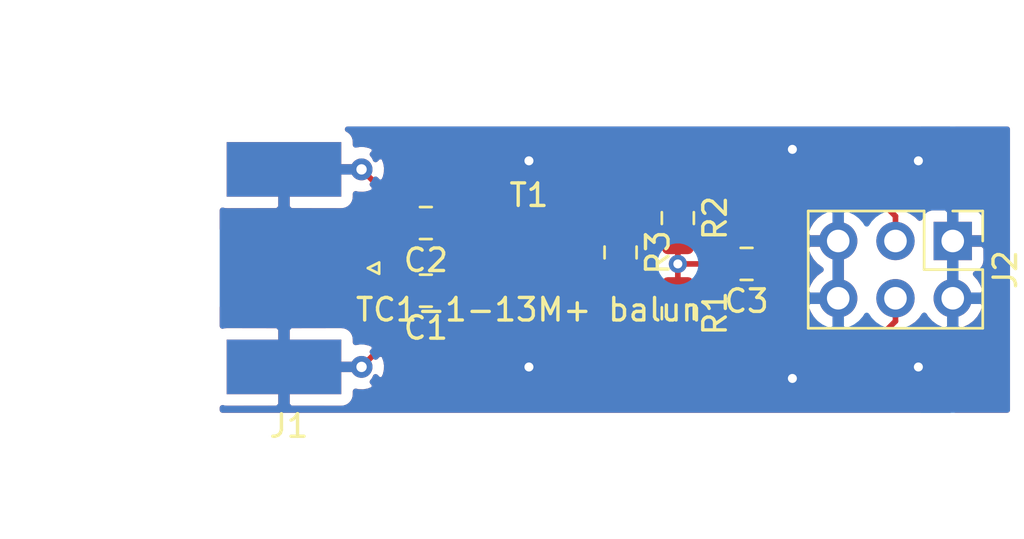
<source format=kicad_pcb>
(kicad_pcb (version 20171130) (host pcbnew 5.1.5+dfsg1-2)

  (general
    (thickness 1.6)
    (drawings 0)
    (tracks 38)
    (zones 0)
    (modules 9)
    (nets 8)
  )

  (page A4)
  (layers
    (0 F.Cu signal)
    (31 B.Cu signal)
    (32 B.Adhes user)
    (33 F.Adhes user)
    (34 B.Paste user)
    (35 F.Paste user)
    (36 B.SilkS user)
    (37 F.SilkS user)
    (38 B.Mask user)
    (39 F.Mask user)
    (40 Dwgs.User user)
    (41 Cmts.User user)
    (42 Eco1.User user)
    (43 Eco2.User user)
    (44 Edge.Cuts user)
    (45 Margin user)
    (46 B.CrtYd user)
    (47 F.CrtYd user)
    (48 B.Fab user)
    (49 F.Fab user)
  )

  (setup
    (last_trace_width 0.25)
    (trace_clearance 0.2)
    (zone_clearance 0.508)
    (zone_45_only no)
    (trace_min 0.2)
    (via_size 0.8)
    (via_drill 0.4)
    (via_min_size 0.4)
    (via_min_drill 0.3)
    (uvia_size 0.3)
    (uvia_drill 0.1)
    (uvias_allowed no)
    (uvia_min_size 0.2)
    (uvia_min_drill 0.1)
    (edge_width 0.05)
    (segment_width 0.2)
    (pcb_text_width 0.3)
    (pcb_text_size 1.5 1.5)
    (mod_edge_width 0.12)
    (mod_text_size 1 1)
    (mod_text_width 0.15)
    (pad_size 1.524 1.524)
    (pad_drill 0.762)
    (pad_to_mask_clearance 0.051)
    (solder_mask_min_width 0.25)
    (aux_axis_origin 0 0)
    (visible_elements FFFFFF7F)
    (pcbplotparams
      (layerselection 0x010fc_ffffffff)
      (usegerberextensions false)
      (usegerberattributes false)
      (usegerberadvancedattributes false)
      (creategerberjobfile false)
      (excludeedgelayer true)
      (linewidth 0.100000)
      (plotframeref false)
      (viasonmask false)
      (mode 1)
      (useauxorigin false)
      (hpglpennumber 1)
      (hpglpenspeed 20)
      (hpglpendiameter 15.000000)
      (psnegative false)
      (psa4output false)
      (plotreference true)
      (plotvalue true)
      (plotinvisibletext false)
      (padsonsilk false)
      (subtractmaskfromsilk false)
      (outputformat 1)
      (mirror false)
      (drillshape 1)
      (scaleselection 1)
      (outputdirectory ""))
  )

  (net 0 "")
  (net 1 "Net-(C1-Pad1)")
  (net 2 "Net-(C1-Pad2)")
  (net 3 GND)
  (net 4 "Net-(C2-Pad1)")
  (net 5 "Net-(C3-Pad2)")
  (net 6 "Net-(J2-Pad4)")
  (net 7 "Net-(J2-Pad3)")

  (net_class Default "This is the default net class."
    (clearance 0.2)
    (trace_width 0.25)
    (via_dia 0.8)
    (via_drill 0.4)
    (uvia_dia 0.3)
    (uvia_drill 0.1)
    (add_net GND)
    (add_net "Net-(C1-Pad1)")
    (add_net "Net-(C1-Pad2)")
    (add_net "Net-(C2-Pad1)")
    (add_net "Net-(C3-Pad2)")
    (add_net "Net-(J2-Pad3)")
    (add_net "Net-(J2-Pad4)")
  )

  (module Connector_PinHeader_2.54mm:PinHeader_2x03_P2.54mm_Vertical (layer F.Cu) (tedit 59FED5CC) (tstamp 5E56CA1E)
    (at 133.604 18.796 270)
    (descr "Through hole straight pin header, 2x03, 2.54mm pitch, double rows")
    (tags "Through hole pin header THT 2x03 2.54mm double row")
    (path /5E579342)
    (fp_text reference J2 (at 1.27 -2.33 90) (layer F.SilkS)
      (effects (font (size 1 1) (thickness 0.15)))
    )
    (fp_text value Conn_02x03_Counter_Clockwise (at 1.27 7.41 90) (layer F.Fab)
      (effects (font (size 1 1) (thickness 0.15)))
    )
    (fp_text user %R (at 1.27 2.54) (layer F.Fab)
      (effects (font (size 1 1) (thickness 0.15)))
    )
    (fp_line (start 4.35 -1.8) (end -1.8 -1.8) (layer F.CrtYd) (width 0.05))
    (fp_line (start 4.35 6.85) (end 4.35 -1.8) (layer F.CrtYd) (width 0.05))
    (fp_line (start -1.8 6.85) (end 4.35 6.85) (layer F.CrtYd) (width 0.05))
    (fp_line (start -1.8 -1.8) (end -1.8 6.85) (layer F.CrtYd) (width 0.05))
    (fp_line (start -1.33 -1.33) (end 0 -1.33) (layer F.SilkS) (width 0.12))
    (fp_line (start -1.33 0) (end -1.33 -1.33) (layer F.SilkS) (width 0.12))
    (fp_line (start 1.27 -1.33) (end 3.87 -1.33) (layer F.SilkS) (width 0.12))
    (fp_line (start 1.27 1.27) (end 1.27 -1.33) (layer F.SilkS) (width 0.12))
    (fp_line (start -1.33 1.27) (end 1.27 1.27) (layer F.SilkS) (width 0.12))
    (fp_line (start 3.87 -1.33) (end 3.87 6.41) (layer F.SilkS) (width 0.12))
    (fp_line (start -1.33 1.27) (end -1.33 6.41) (layer F.SilkS) (width 0.12))
    (fp_line (start -1.33 6.41) (end 3.87 6.41) (layer F.SilkS) (width 0.12))
    (fp_line (start -1.27 0) (end 0 -1.27) (layer F.Fab) (width 0.1))
    (fp_line (start -1.27 6.35) (end -1.27 0) (layer F.Fab) (width 0.1))
    (fp_line (start 3.81 6.35) (end -1.27 6.35) (layer F.Fab) (width 0.1))
    (fp_line (start 3.81 -1.27) (end 3.81 6.35) (layer F.Fab) (width 0.1))
    (fp_line (start 0 -1.27) (end 3.81 -1.27) (layer F.Fab) (width 0.1))
    (pad 6 thru_hole oval (at 2.54 5.08 270) (size 1.7 1.7) (drill 1) (layers *.Cu *.Mask)
      (net 3 GND))
    (pad 5 thru_hole oval (at 0 5.08 270) (size 1.7 1.7) (drill 1) (layers *.Cu *.Mask)
      (net 3 GND))
    (pad 4 thru_hole oval (at 2.54 2.54 270) (size 1.7 1.7) (drill 1) (layers *.Cu *.Mask)
      (net 6 "Net-(J2-Pad4)"))
    (pad 3 thru_hole oval (at 0 2.54 270) (size 1.7 1.7) (drill 1) (layers *.Cu *.Mask)
      (net 7 "Net-(J2-Pad3)"))
    (pad 2 thru_hole oval (at 2.54 0 270) (size 1.7 1.7) (drill 1) (layers *.Cu *.Mask)
      (net 3 GND))
    (pad 1 thru_hole rect (at 0 0 270) (size 1.7 1.7) (drill 1) (layers *.Cu *.Mask)
      (net 3 GND))
    (model ${KISYS3DMOD}/Connector_PinHeader_2.54mm.3dshapes/PinHeader_2x03_P2.54mm_Vertical.wrl
      (at (xyz 0 0 0))
      (scale (xyz 1 1 1))
      (rotate (xyz 0 0 0))
    )
  )

  (module Connector_Coaxial:SMA_Molex_73251-1153_EdgeMount_Horizontal (layer F.Cu) (tedit 5A1B666F) (tstamp 5E56B4B3)
    (at 105.664 20)
    (descr "Molex SMA RF Connectors, Edge Mount, (http://www.molex.com/pdm_docs/sd/732511150_sd.pdf)")
    (tags "sma edge")
    (path /5E56BDFF)
    (attr smd)
    (fp_text reference J1 (at -1.5 7) (layer F.SilkS)
      (effects (font (size 1 1) (thickness 0.15)))
    )
    (fp_text value Conn_Coaxial (at -1.72 -7.11) (layer F.Fab)
      (effects (font (size 1 1) (thickness 0.15)))
    )
    (fp_line (start -5.91 4.76) (end 0.49 4.76) (layer F.Fab) (width 0.1))
    (fp_line (start -5.91 -4.76) (end -5.91 4.76) (layer F.Fab) (width 0.1))
    (fp_line (start 0.49 -4.76) (end -5.91 -4.76) (layer F.Fab) (width 0.1))
    (fp_line (start -4.76 -3.75) (end -4.76 3.75) (layer F.Fab) (width 0.1))
    (fp_line (start -13.79 2.65) (end -5.91 2.65) (layer F.Fab) (width 0.1))
    (fp_line (start -13.79 -2.65) (end -13.79 2.65) (layer F.Fab) (width 0.1))
    (fp_line (start -13.79 -2.65) (end -5.91 -2.65) (layer F.Fab) (width 0.1))
    (fp_line (start -4.76 3.75) (end 0.49 3.75) (layer F.Fab) (width 0.1))
    (fp_line (start -4.76 -3.75) (end 0.49 -3.75) (layer F.Fab) (width 0.1))
    (fp_line (start 2.71 -6.09) (end -14.29 -6.09) (layer F.CrtYd) (width 0.05))
    (fp_line (start 2.71 -6.09) (end 2.71 6.09) (layer F.CrtYd) (width 0.05))
    (fp_line (start -14.29 6.09) (end 2.71 6.09) (layer B.CrtYd) (width 0.05))
    (fp_line (start -14.29 -6.09) (end -14.29 6.09) (layer B.CrtYd) (width 0.05))
    (fp_line (start -14.29 -6.09) (end 2.71 -6.09) (layer B.CrtYd) (width 0.05))
    (fp_line (start 2.71 -6.09) (end 2.71 6.09) (layer B.CrtYd) (width 0.05))
    (fp_line (start -14.29 6.09) (end 2.71 6.09) (layer F.CrtYd) (width 0.05))
    (fp_line (start -14.29 -6.09) (end -14.29 6.09) (layer F.CrtYd) (width 0.05))
    (fp_line (start 0.49 -4.76) (end 0.49 -3.75) (layer F.Fab) (width 0.1))
    (fp_line (start 0.49 3.75) (end 0.49 4.76) (layer F.Fab) (width 0.1))
    (fp_line (start 0.49 -0.38) (end 0.49 0.38) (layer F.Fab) (width 0.1))
    (fp_line (start -4.76 0.38) (end 0.49 0.38) (layer F.Fab) (width 0.1))
    (fp_line (start -4.76 -0.38) (end 0.49 -0.38) (layer F.Fab) (width 0.1))
    (fp_line (start 2 0) (end 2.5 -0.25) (layer F.SilkS) (width 0.12))
    (fp_line (start 2.5 -0.25) (end 2.5 0.25) (layer F.SilkS) (width 0.12))
    (fp_line (start 2.5 0.25) (end 2 0) (layer F.SilkS) (width 0.12))
    (fp_line (start 2.5 -0.25) (end 2 0) (layer F.Fab) (width 0.1))
    (fp_line (start 2 0) (end 2.5 0.25) (layer F.Fab) (width 0.1))
    (fp_line (start 2.5 0.25) (end 2.5 -0.25) (layer F.Fab) (width 0.1))
    (fp_text user %R (at -1.5 7) (layer F.Fab)
      (effects (font (size 1 1) (thickness 0.15)))
    )
    (pad 2 smd rect (at 1.27 4.38) (size 0.95 0.46) (layers B.Cu)
      (net 3 GND))
    (pad 2 smd rect (at 1.27 -4.38) (size 0.95 0.46) (layers B.Cu)
      (net 3 GND))
    (pad 2 smd rect (at 1.27 4.38) (size 0.95 0.46) (layers F.Cu)
      (net 3 GND))
    (pad 2 smd rect (at 1.27 -4.38) (size 0.95 0.46) (layers F.Cu)
      (net 3 GND))
    (pad 2 thru_hole circle (at 1.72 4.38) (size 0.97 0.97) (drill 0.46) (layers *.Cu)
      (net 3 GND))
    (pad 2 thru_hole circle (at 1.72 -4.38) (size 0.97 0.97) (drill 0.46) (layers *.Cu)
      (net 3 GND))
    (pad 2 smd rect (at -1.72 4.38) (size 5.08 2.42) (layers B.Cu B.Paste B.Mask)
      (net 3 GND))
    (pad 2 smd rect (at -1.72 -4.38) (size 5.08 2.42) (layers B.Cu B.Paste B.Mask)
      (net 3 GND))
    (pad 2 smd rect (at -1.72 4.38) (size 5.08 2.42) (layers F.Cu F.Paste F.Mask)
      (net 3 GND))
    (pad 2 smd rect (at -1.72 -4.38) (size 5.08 2.42) (layers F.Cu F.Paste F.Mask)
      (net 3 GND))
    (pad 1 smd rect (at -1.72 0) (size 5.08 2.29) (layers F.Cu F.Paste F.Mask)
      (net 2 "Net-(C1-Pad2)"))
    (model ${KISYS3DMOD}/Connector_Coaxial.3dshapes/SMA_Molex_73251-1153_EdgeMount_Horizontal.wrl
      (at (xyz 0 0 0))
      (scale (xyz 1 1 1))
      (rotate (xyz 0 0 0))
    )
  )

  (module Capacitor_SMD:C_0805_2012Metric_Pad1.15x1.40mm_HandSolder (layer F.Cu) (tedit 5B36C52B) (tstamp 5E56B47A)
    (at 110.236 21 180)
    (descr "Capacitor SMD 0805 (2012 Metric), square (rectangular) end terminal, IPC_7351 nominal with elongated pad for handsoldering. (Body size source: https://docs.google.com/spreadsheets/d/1BsfQQcO9C6DZCsRaXUlFlo91Tg2WpOkGARC1WS5S8t0/edit?usp=sharing), generated with kicad-footprint-generator")
    (tags "capacitor handsolder")
    (path /5E56A802)
    (attr smd)
    (fp_text reference C1 (at 0 -1.65) (layer F.SilkS)
      (effects (font (size 1 1) (thickness 0.15)))
    )
    (fp_text value 100n (at 0 1.65) (layer F.Fab)
      (effects (font (size 1 1) (thickness 0.15)))
    )
    (fp_line (start -1 0.6) (end -1 -0.6) (layer F.Fab) (width 0.1))
    (fp_line (start -1 -0.6) (end 1 -0.6) (layer F.Fab) (width 0.1))
    (fp_line (start 1 -0.6) (end 1 0.6) (layer F.Fab) (width 0.1))
    (fp_line (start 1 0.6) (end -1 0.6) (layer F.Fab) (width 0.1))
    (fp_line (start -0.261252 -0.71) (end 0.261252 -0.71) (layer F.SilkS) (width 0.12))
    (fp_line (start -0.261252 0.71) (end 0.261252 0.71) (layer F.SilkS) (width 0.12))
    (fp_line (start -1.85 0.95) (end -1.85 -0.95) (layer F.CrtYd) (width 0.05))
    (fp_line (start -1.85 -0.95) (end 1.85 -0.95) (layer F.CrtYd) (width 0.05))
    (fp_line (start 1.85 -0.95) (end 1.85 0.95) (layer F.CrtYd) (width 0.05))
    (fp_line (start 1.85 0.95) (end -1.85 0.95) (layer F.CrtYd) (width 0.05))
    (fp_text user %R (at 0 0 90) (layer F.Fab)
      (effects (font (size 0.5 0.5) (thickness 0.08)))
    )
    (pad 1 smd roundrect (at -1.025 0 180) (size 1.15 1.4) (layers F.Cu F.Paste F.Mask) (roundrect_rratio 0.217391)
      (net 1 "Net-(C1-Pad1)"))
    (pad 2 smd roundrect (at 1.025 0 180) (size 1.15 1.4) (layers F.Cu F.Paste F.Mask) (roundrect_rratio 0.217391)
      (net 2 "Net-(C1-Pad2)"))
    (model ${KISYS3DMOD}/Capacitor_SMD.3dshapes/C_0805_2012Metric.wrl
      (at (xyz 0 0 0))
      (scale (xyz 1 1 1))
      (rotate (xyz 0 0 0))
    )
  )

  (module Capacitor_SMD:C_0805_2012Metric_Pad1.15x1.40mm_HandSolder (layer F.Cu) (tedit 5B36C52B) (tstamp 5E56C0A5)
    (at 110.236 18 180)
    (descr "Capacitor SMD 0805 (2012 Metric), square (rectangular) end terminal, IPC_7351 nominal with elongated pad for handsoldering. (Body size source: https://docs.google.com/spreadsheets/d/1BsfQQcO9C6DZCsRaXUlFlo91Tg2WpOkGARC1WS5S8t0/edit?usp=sharing), generated with kicad-footprint-generator")
    (tags "capacitor handsolder")
    (path /5E56B600)
    (attr smd)
    (fp_text reference C2 (at 0 -1.65) (layer F.SilkS)
      (effects (font (size 1 1) (thickness 0.15)))
    )
    (fp_text value 100n (at 0 1.65) (layer F.Fab)
      (effects (font (size 1 1) (thickness 0.15)))
    )
    (fp_text user %R (at 0 0) (layer F.Fab)
      (effects (font (size 0.5 0.5) (thickness 0.08)))
    )
    (fp_line (start 1.85 0.95) (end -1.85 0.95) (layer F.CrtYd) (width 0.05))
    (fp_line (start 1.85 -0.95) (end 1.85 0.95) (layer F.CrtYd) (width 0.05))
    (fp_line (start -1.85 -0.95) (end 1.85 -0.95) (layer F.CrtYd) (width 0.05))
    (fp_line (start -1.85 0.95) (end -1.85 -0.95) (layer F.CrtYd) (width 0.05))
    (fp_line (start -0.261252 0.71) (end 0.261252 0.71) (layer F.SilkS) (width 0.12))
    (fp_line (start -0.261252 -0.71) (end 0.261252 -0.71) (layer F.SilkS) (width 0.12))
    (fp_line (start 1 0.6) (end -1 0.6) (layer F.Fab) (width 0.1))
    (fp_line (start 1 -0.6) (end 1 0.6) (layer F.Fab) (width 0.1))
    (fp_line (start -1 -0.6) (end 1 -0.6) (layer F.Fab) (width 0.1))
    (fp_line (start -1 0.6) (end -1 -0.6) (layer F.Fab) (width 0.1))
    (pad 2 smd roundrect (at 1.025 0 180) (size 1.15 1.4) (layers F.Cu F.Paste F.Mask) (roundrect_rratio 0.217391)
      (net 3 GND))
    (pad 1 smd roundrect (at -1.025 0 180) (size 1.15 1.4) (layers F.Cu F.Paste F.Mask) (roundrect_rratio 0.217391)
      (net 4 "Net-(C2-Pad1)"))
    (model ${KISYS3DMOD}/Capacitor_SMD.3dshapes/C_0805_2012Metric.wrl
      (at (xyz 0 0 0))
      (scale (xyz 1 1 1))
      (rotate (xyz 0 0 0))
    )
  )

  (module Capacitor_SMD:C_0805_2012Metric_Pad1.15x1.40mm_HandSolder (layer F.Cu) (tedit 5B36C52B) (tstamp 5E56B49C)
    (at 124.46 19.812 180)
    (descr "Capacitor SMD 0805 (2012 Metric), square (rectangular) end terminal, IPC_7351 nominal with elongated pad for handsoldering. (Body size source: https://docs.google.com/spreadsheets/d/1BsfQQcO9C6DZCsRaXUlFlo91Tg2WpOkGARC1WS5S8t0/edit?usp=sharing), generated with kicad-footprint-generator")
    (tags "capacitor handsolder")
    (path /5E570DE7)
    (attr smd)
    (fp_text reference C3 (at 0 -1.65) (layer F.SilkS)
      (effects (font (size 1 1) (thickness 0.15)))
    )
    (fp_text value 100n (at 0 1.65) (layer F.Fab)
      (effects (font (size 1 1) (thickness 0.15)))
    )
    (fp_line (start -1 0.6) (end -1 -0.6) (layer F.Fab) (width 0.1))
    (fp_line (start -1 -0.6) (end 1 -0.6) (layer F.Fab) (width 0.1))
    (fp_line (start 1 -0.6) (end 1 0.6) (layer F.Fab) (width 0.1))
    (fp_line (start 1 0.6) (end -1 0.6) (layer F.Fab) (width 0.1))
    (fp_line (start -0.261252 -0.71) (end 0.261252 -0.71) (layer F.SilkS) (width 0.12))
    (fp_line (start -0.261252 0.71) (end 0.261252 0.71) (layer F.SilkS) (width 0.12))
    (fp_line (start -1.85 0.95) (end -1.85 -0.95) (layer F.CrtYd) (width 0.05))
    (fp_line (start -1.85 -0.95) (end 1.85 -0.95) (layer F.CrtYd) (width 0.05))
    (fp_line (start 1.85 -0.95) (end 1.85 0.95) (layer F.CrtYd) (width 0.05))
    (fp_line (start 1.85 0.95) (end -1.85 0.95) (layer F.CrtYd) (width 0.05))
    (fp_text user %R (at 0 0) (layer F.Fab)
      (effects (font (size 0.5 0.5) (thickness 0.08)))
    )
    (pad 1 smd roundrect (at -1.025 0 180) (size 1.15 1.4) (layers F.Cu F.Paste F.Mask) (roundrect_rratio 0.217391)
      (net 3 GND))
    (pad 2 smd roundrect (at 1.025 0 180) (size 1.15 1.4) (layers F.Cu F.Paste F.Mask) (roundrect_rratio 0.217391)
      (net 5 "Net-(C3-Pad2)"))
    (model ${KISYS3DMOD}/Capacitor_SMD.3dshapes/C_0805_2012Metric.wrl
      (at (xyz 0 0 0))
      (scale (xyz 1 1 1))
      (rotate (xyz 0 0 0))
    )
  )

  (module Resistor_SMD:R_0805_2012Metric_Pad1.15x1.40mm_HandSolder (layer F.Cu) (tedit 5B36C52B) (tstamp 5E56B4DE)
    (at 121.412 22 270)
    (descr "Resistor SMD 0805 (2012 Metric), square (rectangular) end terminal, IPC_7351 nominal with elongated pad for handsoldering. (Body size source: https://docs.google.com/spreadsheets/d/1BsfQQcO9C6DZCsRaXUlFlo91Tg2WpOkGARC1WS5S8t0/edit?usp=sharing), generated with kicad-footprint-generator")
    (tags "resistor handsolder")
    (path /5E56F4F8)
    (attr smd)
    (fp_text reference R1 (at 0 -1.65 90) (layer F.SilkS)
      (effects (font (size 1 1) (thickness 0.15)))
    )
    (fp_text value 50 (at 0 1.65 90) (layer F.Fab)
      (effects (font (size 1 1) (thickness 0.15)))
    )
    (fp_line (start -1 0.6) (end -1 -0.6) (layer F.Fab) (width 0.1))
    (fp_line (start -1 -0.6) (end 1 -0.6) (layer F.Fab) (width 0.1))
    (fp_line (start 1 -0.6) (end 1 0.6) (layer F.Fab) (width 0.1))
    (fp_line (start 1 0.6) (end -1 0.6) (layer F.Fab) (width 0.1))
    (fp_line (start -0.261252 -0.71) (end 0.261252 -0.71) (layer F.SilkS) (width 0.12))
    (fp_line (start -0.261252 0.71) (end 0.261252 0.71) (layer F.SilkS) (width 0.12))
    (fp_line (start -1.85 0.95) (end -1.85 -0.95) (layer F.CrtYd) (width 0.05))
    (fp_line (start -1.85 -0.95) (end 1.85 -0.95) (layer F.CrtYd) (width 0.05))
    (fp_line (start 1.85 -0.95) (end 1.85 0.95) (layer F.CrtYd) (width 0.05))
    (fp_line (start 1.85 0.95) (end -1.85 0.95) (layer F.CrtYd) (width 0.05))
    (fp_text user %R (at 0 0 90) (layer F.Fab)
      (effects (font (size 0.5 0.5) (thickness 0.08)))
    )
    (pad 1 smd roundrect (at -1.025 0 270) (size 1.15 1.4) (layers F.Cu F.Paste F.Mask) (roundrect_rratio 0.217391)
      (net 5 "Net-(C3-Pad2)"))
    (pad 2 smd roundrect (at 1.025 0 270) (size 1.15 1.4) (layers F.Cu F.Paste F.Mask) (roundrect_rratio 0.217391)
      (net 6 "Net-(J2-Pad4)"))
    (model ${KISYS3DMOD}/Resistor_SMD.3dshapes/R_0805_2012Metric.wrl
      (at (xyz 0 0 0))
      (scale (xyz 1 1 1))
      (rotate (xyz 0 0 0))
    )
  )

  (module Resistor_SMD:R_0805_2012Metric_Pad1.15x1.40mm_HandSolder (layer F.Cu) (tedit 5B36C52B) (tstamp 5E56BD31)
    (at 121.412 17.78 270)
    (descr "Resistor SMD 0805 (2012 Metric), square (rectangular) end terminal, IPC_7351 nominal with elongated pad for handsoldering. (Body size source: https://docs.google.com/spreadsheets/d/1BsfQQcO9C6DZCsRaXUlFlo91Tg2WpOkGARC1WS5S8t0/edit?usp=sharing), generated with kicad-footprint-generator")
    (tags "resistor handsolder")
    (path /5E5700A5)
    (attr smd)
    (fp_text reference R2 (at 0 -1.65 90) (layer F.SilkS)
      (effects (font (size 1 1) (thickness 0.15)))
    )
    (fp_text value 50 (at 0 1.65 90) (layer F.Fab)
      (effects (font (size 1 1) (thickness 0.15)))
    )
    (fp_text user %R (at 0 0 90) (layer F.Fab)
      (effects (font (size 0.5 0.5) (thickness 0.08)))
    )
    (fp_line (start 1.85 0.95) (end -1.85 0.95) (layer F.CrtYd) (width 0.05))
    (fp_line (start 1.85 -0.95) (end 1.85 0.95) (layer F.CrtYd) (width 0.05))
    (fp_line (start -1.85 -0.95) (end 1.85 -0.95) (layer F.CrtYd) (width 0.05))
    (fp_line (start -1.85 0.95) (end -1.85 -0.95) (layer F.CrtYd) (width 0.05))
    (fp_line (start -0.261252 0.71) (end 0.261252 0.71) (layer F.SilkS) (width 0.12))
    (fp_line (start -0.261252 -0.71) (end 0.261252 -0.71) (layer F.SilkS) (width 0.12))
    (fp_line (start 1 0.6) (end -1 0.6) (layer F.Fab) (width 0.1))
    (fp_line (start 1 -0.6) (end 1 0.6) (layer F.Fab) (width 0.1))
    (fp_line (start -1 -0.6) (end 1 -0.6) (layer F.Fab) (width 0.1))
    (fp_line (start -1 0.6) (end -1 -0.6) (layer F.Fab) (width 0.1))
    (pad 2 smd roundrect (at 1.025 0 270) (size 1.15 1.4) (layers F.Cu F.Paste F.Mask) (roundrect_rratio 0.217391)
      (net 5 "Net-(C3-Pad2)"))
    (pad 1 smd roundrect (at -1.025 0 270) (size 1.15 1.4) (layers F.Cu F.Paste F.Mask) (roundrect_rratio 0.217391)
      (net 7 "Net-(J2-Pad3)"))
    (model ${KISYS3DMOD}/Resistor_SMD.3dshapes/R_0805_2012Metric.wrl
      (at (xyz 0 0 0))
      (scale (xyz 1 1 1))
      (rotate (xyz 0 0 0))
    )
  )

  (module Resistor_SMD:R_0805_2012Metric_Pad1.15x1.40mm_HandSolder (layer F.Cu) (tedit 5B36C52B) (tstamp 5E56BCAB)
    (at 118.872 19.304 270)
    (descr "Resistor SMD 0805 (2012 Metric), square (rectangular) end terminal, IPC_7351 nominal with elongated pad for handsoldering. (Body size source: https://docs.google.com/spreadsheets/d/1BsfQQcO9C6DZCsRaXUlFlo91Tg2WpOkGARC1WS5S8t0/edit?usp=sharing), generated with kicad-footprint-generator")
    (tags "resistor handsolder")
    (path /5E570403)
    (attr smd)
    (fp_text reference R3 (at 0 -1.65 90) (layer F.SilkS)
      (effects (font (size 1 1) (thickness 0.15)))
    )
    (fp_text value 100 (at 0 1.65 90) (layer F.Fab)
      (effects (font (size 1 1) (thickness 0.15)))
    )
    (fp_line (start -1 0.6) (end -1 -0.6) (layer F.Fab) (width 0.1))
    (fp_line (start -1 -0.6) (end 1 -0.6) (layer F.Fab) (width 0.1))
    (fp_line (start 1 -0.6) (end 1 0.6) (layer F.Fab) (width 0.1))
    (fp_line (start 1 0.6) (end -1 0.6) (layer F.Fab) (width 0.1))
    (fp_line (start -0.261252 -0.71) (end 0.261252 -0.71) (layer F.SilkS) (width 0.12))
    (fp_line (start -0.261252 0.71) (end 0.261252 0.71) (layer F.SilkS) (width 0.12))
    (fp_line (start -1.85 0.95) (end -1.85 -0.95) (layer F.CrtYd) (width 0.05))
    (fp_line (start -1.85 -0.95) (end 1.85 -0.95) (layer F.CrtYd) (width 0.05))
    (fp_line (start 1.85 -0.95) (end 1.85 0.95) (layer F.CrtYd) (width 0.05))
    (fp_line (start 1.85 0.95) (end -1.85 0.95) (layer F.CrtYd) (width 0.05))
    (fp_text user %R (at 0 0 90) (layer F.Fab)
      (effects (font (size 0.5 0.5) (thickness 0.08)))
    )
    (pad 1 smd roundrect (at -1.025 0 270) (size 1.15 1.4) (layers F.Cu F.Paste F.Mask) (roundrect_rratio 0.217391)
      (net 7 "Net-(J2-Pad3)"))
    (pad 2 smd roundrect (at 1.025 0 270) (size 1.15 1.4) (layers F.Cu F.Paste F.Mask) (roundrect_rratio 0.217391)
      (net 6 "Net-(J2-Pad4)"))
    (model ${KISYS3DMOD}/Resistor_SMD.3dshapes/R_0805_2012Metric.wrl
      (at (xyz 0 0 0))
      (scale (xyz 1 1 1))
      (rotate (xyz 0 0 0))
    )
  )

  (module minicircuits:AT224-1A (layer F.Cu) (tedit 5E56AEB5) (tstamp 5E56B509)
    (at 114.808 19.304 270)
    (descr "SMD RF Transformer")
    (tags "minicircuits RF Transformer")
    (path /5E57379F)
    (fp_text reference T1 (at -2.54 0) (layer F.SilkS)
      (effects (font (size 1 1) (thickness 0.15)))
    )
    (fp_text value "TC1-1-13M+ balun" (at 2.54 0) (layer F.SilkS)
      (effects (font (size 1 1) (thickness 0.15)))
    )
    (pad 3 smd rect (at 1.27 -1.59 270) (size 0.76 1.65) (layers F.Cu F.Paste F.Mask)
      (net 6 "Net-(J2-Pad4)"))
    (pad 2 smd rect (at 0 -1.59 270) (size 0.76 1.65) (layers F.Cu F.Paste F.Mask))
    (pad 1 smd rect (at -1.27 -1.59 270) (size 0.76 1.65) (layers F.Cu F.Paste F.Mask)
      (net 7 "Net-(J2-Pad3)"))
    (pad 6 smd rect (at -1.27 1.59 270) (size 0.76 1.65) (layers F.Cu F.Paste F.Mask)
      (net 4 "Net-(C2-Pad1)"))
    (pad 4 smd rect (at 1.27 1.59 270) (size 0.76 1.65) (layers F.Cu F.Paste F.Mask)
      (net 1 "Net-(C1-Pad1)"))
  )

  (segment (start 112.792 21) (end 113.218 20.574) (width 0.25) (layer F.Cu) (net 1) (status 20))
  (segment (start 111.261 21) (end 112.792 21) (width 0.25) (layer F.Cu) (net 1) (status 10))
  (segment (start 108.884 21) (end 109.211 21) (width 0.25) (layer F.Cu) (net 2) (status 30))
  (segment (start 104 20) (end 107.884 20) (width 0.25) (layer F.Cu) (net 2) (status 10))
  (segment (start 107.884 20) (end 108.884 21) (width 0.25) (layer F.Cu) (net 2) (status 20))
  (via (at 114.808 15.24) (size 0.8) (drill 0.4) (layers F.Cu B.Cu) (net 3))
  (via (at 114.808 24.384) (size 0.8) (drill 0.4) (layers F.Cu B.Cu) (net 3))
  (via (at 126.492 24.892) (size 0.8) (drill 0.4) (layers F.Cu B.Cu) (net 3))
  (via (at 126.492 14.732) (size 0.8) (drill 0.4) (layers F.Cu B.Cu) (net 3))
  (via (at 132.08 15.24) (size 0.8) (drill 0.4) (layers F.Cu B.Cu) (net 3))
  (via (at 132.08 24.384) (size 0.8) (drill 0.4) (layers F.Cu B.Cu) (net 3))
  (segment (start 107.384 15.62) (end 108.02 16.256) (width 0.25) (layer F.Cu) (net 3) (status 10))
  (segment (start 107.384 24.38) (end 107.888 23.876) (width 0.25) (layer F.Cu) (net 3) (status 10))
  (segment (start 113.184 18) (end 113.218 18.034) (width 0.25) (layer F.Cu) (net 4) (status 30))
  (segment (start 111.261 18) (end 113.184 18) (width 0.25) (layer F.Cu) (net 4) (status 30))
  (segment (start 123.435 19.812) (end 121.412 19.812) (width 0.25) (layer F.Cu) (net 5) (status 10))
  (segment (start 121.412 18.805) (end 121.412 19.812) (width 0.25) (layer F.Cu) (net 5) (status 10))
  (segment (start 121.412 19.812) (end 121.412 19.812) (width 0.25) (layer F.Cu) (net 5) (status 20))
  (segment (start 121.412 19.812) (end 121.412 20.975) (width 0.25) (layer F.Cu) (net 5) (tstamp 5E576F2C) (status 20))
  (via (at 121.412 19.812) (size 0.8) (drill 0.4) (layers F.Cu B.Cu) (net 5))
  (segment (start 118.627 18.034) (end 118.872 18.279) (width 0.25) (layer F.Cu) (net 7) (status 30))
  (segment (start 116.398 18.034) (end 118.627 18.034) (width 0.25) (layer F.Cu) (net 7) (status 30))
  (segment (start 118.872 17.704) (end 118.872 18.279) (width 0.25) (layer F.Cu) (net 7) (status 30))
  (segment (start 119.821 16.755) (end 118.872 17.704) (width 0.25) (layer F.Cu) (net 7) (status 20))
  (segment (start 121.412 16.755) (end 119.821 16.755) (width 0.25) (layer F.Cu) (net 7) (status 10))
  (segment (start 121.412 16.755) (end 129.615 16.755) (width 0.25) (layer F.Cu) (net 7) (status 10))
  (segment (start 129.615 16.755) (end 130.039 16.755) (width 0.25) (layer F.Cu) (net 7))
  (segment (start 118.627 20.574) (end 118.872 20.329) (width 0.25) (layer F.Cu) (net 6) (status 30))
  (segment (start 116.398 20.574) (end 118.627 20.574) (width 0.25) (layer F.Cu) (net 6) (status 30))
  (segment (start 118.872 21.185) (end 118.872 20.904) (width 0.25) (layer F.Cu) (net 6))
  (segment (start 118.872 20.904) (end 118.872 20.329) (width 0.25) (layer F.Cu) (net 6) (status 20))
  (segment (start 120.712 23.025) (end 118.872 21.185) (width 0.25) (layer F.Cu) (net 6) (status 10))
  (segment (start 121.412 23.025) (end 120.712 23.025) (width 0.25) (layer F.Cu) (net 6) (status 30))
  (segment (start 121.412 23.025) (end 130.391 23.025) (width 0.25) (layer F.Cu) (net 6) (status 10))
  (segment (start 130.391 23.025) (end 131.064 22.352) (width 0.25) (layer F.Cu) (net 6))
  (segment (start 131.064 21.336) (end 131.064 22.352) (width 0.25) (layer F.Cu) (net 6))
  (segment (start 131.064 17.696) (end 130.123 16.755) (width 0.25) (layer F.Cu) (net 7))
  (segment (start 131.064 18.796) (end 131.064 17.696) (width 0.25) (layer F.Cu) (net 7))

  (zone (net 3) (net_name GND) (layer F.Cu) (tstamp 5E56CE6F) (hatch edge 0.508)
    (connect_pads (clearance 0.508))
    (min_thickness 0.254)
    (fill yes (arc_segments 32) (thermal_gap 0.508) (thermal_bridge_width 0.508))
    (polygon
      (pts
        (xy 133.604 26.416) (xy 101.092 26.416) (xy 101.092 13.716) (xy 133.604 13.716)
      )
    )
    (filled_polygon
      (pts
        (xy 133.477 17.311) (xy 133.476998 17.311) (xy 133.476998 17.469748) (xy 133.31825 17.311) (xy 132.754 17.307928)
        (xy 132.629518 17.320188) (xy 132.50982 17.356498) (xy 132.399506 17.415463) (xy 132.302815 17.494815) (xy 132.223463 17.591506)
        (xy 132.164498 17.70182) (xy 132.142487 17.77438) (xy 132.010632 17.642525) (xy 131.799101 17.501185) (xy 131.769546 17.403753)
        (xy 131.743232 17.354524) (xy 131.698974 17.271723) (xy 131.627799 17.184997) (xy 131.604001 17.155999) (xy 131.575003 17.132201)
        (xy 130.634002 16.191201) (xy 130.547276 16.120026) (xy 130.415246 16.049454) (xy 130.271985 16.005998) (xy 130.123 15.991324)
        (xy 130.081005 15.99546) (xy 130.076333 15.995) (xy 122.631614 15.995) (xy 122.600405 15.936613) (xy 122.489962 15.802038)
        (xy 122.355387 15.691595) (xy 122.201851 15.609528) (xy 122.035255 15.558992) (xy 121.862001 15.541928) (xy 120.961999 15.541928)
        (xy 120.788745 15.558992) (xy 120.622149 15.609528) (xy 120.468613 15.691595) (xy 120.334038 15.802038) (xy 120.223595 15.936613)
        (xy 120.192386 15.995) (xy 119.858325 15.995) (xy 119.821 15.991324) (xy 119.783675 15.995) (xy 119.783667 15.995)
        (xy 119.672014 16.005997) (xy 119.528753 16.049454) (xy 119.396724 16.120026) (xy 119.280999 16.214999) (xy 119.257201 16.243997)
        (xy 118.435271 17.065928) (xy 118.421999 17.065928) (xy 118.248745 17.082992) (xy 118.082149 17.133528) (xy 117.928613 17.215595)
        (xy 117.857446 17.274) (xy 117.732605 17.274) (xy 117.674185 17.202815) (xy 117.577494 17.123463) (xy 117.46718 17.064498)
        (xy 117.347482 17.028188) (xy 117.223 17.015928) (xy 115.573 17.015928) (xy 115.448518 17.028188) (xy 115.32882 17.064498)
        (xy 115.218506 17.123463) (xy 115.121815 17.202815) (xy 115.042463 17.299506) (xy 114.983498 17.40982) (xy 114.947188 17.529518)
        (xy 114.934928 17.654) (xy 114.934928 18.414) (xy 114.947188 18.538482) (xy 114.983498 18.65818) (xy 114.989282 18.669)
        (xy 114.983498 18.67982) (xy 114.947188 18.799518) (xy 114.934928 18.924) (xy 114.934928 19.684) (xy 114.947188 19.808482)
        (xy 114.983498 19.92818) (xy 114.989282 19.939) (xy 114.983498 19.94982) (xy 114.947188 20.069518) (xy 114.934928 20.194)
        (xy 114.934928 20.954) (xy 114.947188 21.078482) (xy 114.983498 21.19818) (xy 115.042463 21.308494) (xy 115.121815 21.405185)
        (xy 115.218506 21.484537) (xy 115.32882 21.543502) (xy 115.448518 21.579812) (xy 115.573 21.592072) (xy 117.223 21.592072)
        (xy 117.347482 21.579812) (xy 117.46718 21.543502) (xy 117.577494 21.484537) (xy 117.674185 21.405185) (xy 117.732605 21.334)
        (xy 117.857446 21.334) (xy 117.928613 21.392405) (xy 118.082149 21.474472) (xy 118.180999 21.504458) (xy 118.237026 21.609276)
        (xy 118.258116 21.634974) (xy 118.331999 21.725001) (xy 118.361003 21.748804) (xy 120.086135 23.473936) (xy 120.090992 23.523255)
        (xy 120.141528 23.689851) (xy 120.223595 23.843387) (xy 120.334038 23.977962) (xy 120.468613 24.088405) (xy 120.622149 24.170472)
        (xy 120.788745 24.221008) (xy 120.961999 24.238072) (xy 121.862001 24.238072) (xy 122.035255 24.221008) (xy 122.201851 24.170472)
        (xy 122.355387 24.088405) (xy 122.489962 23.977962) (xy 122.600405 23.843387) (xy 122.631614 23.785) (xy 130.353678 23.785)
        (xy 130.391 23.788676) (xy 130.428322 23.785) (xy 130.428333 23.785) (xy 130.539986 23.774003) (xy 130.683247 23.730546)
        (xy 130.815276 23.659974) (xy 130.931001 23.565001) (xy 130.954803 23.535998) (xy 131.575002 22.9158) (xy 131.604001 22.892001)
        (xy 131.698974 22.776276) (xy 131.764837 22.653056) (xy 131.767411 22.65199) (xy 132.010632 22.489475) (xy 132.217475 22.282632)
        (xy 132.339195 22.100466) (xy 132.408822 22.217355) (xy 132.603731 22.433588) (xy 132.83708 22.607641) (xy 133.099901 22.732825)
        (xy 133.24711 22.777476) (xy 133.476998 22.656156) (xy 133.476998 22.821) (xy 133.477 22.821) (xy 133.477 26.289)
        (xy 101.219 26.289) (xy 101.219 26.197454) (xy 101.279518 26.215812) (xy 101.404 26.228072) (xy 103.65825 26.225)
        (xy 103.817 26.06625) (xy 103.817 24.507) (xy 103.797 24.507) (xy 103.797 24.253) (xy 103.817 24.253)
        (xy 103.817 22.69375) (xy 104.071 22.69375) (xy 104.071 24.253) (xy 104.091 24.253) (xy 104.091 24.507)
        (xy 104.071 24.507) (xy 104.071 26.06625) (xy 104.22975 26.225) (xy 106.484 26.228072) (xy 106.608482 26.215812)
        (xy 106.72818 26.179502) (xy 106.838494 26.120537) (xy 106.935185 26.041185) (xy 107.014537 25.944494) (xy 107.073502 25.83418)
        (xy 107.109812 25.714482) (xy 107.122072 25.59) (xy 107.12167 25.468986) (xy 107.246445 25.496981) (xy 107.467001 25.502355)
        (xy 107.684367 25.464596) (xy 107.890189 25.385158) (xy 107.938534 25.359316) (xy 107.971811 25.147416) (xy 107.87109 25.046695)
        (xy 107.932331 24.975048) (xy 107.993493 24.865937) (xy 108.007252 24.823647) (xy 108.151416 24.967811) (xy 108.363316 24.934534)
        (xy 108.452683 24.732824) (xy 108.500981 24.517555) (xy 108.506355 24.296999) (xy 108.468596 24.079633) (xy 108.389158 23.873811)
        (xy 108.363316 23.825466) (xy 108.151416 23.792189) (xy 108.007252 23.936353) (xy 107.993493 23.894063) (xy 107.932331 23.784952)
        (xy 107.87109 23.713305) (xy 107.971811 23.612584) (xy 107.938534 23.400684) (xy 107.736824 23.311317) (xy 107.521555 23.263019)
        (xy 107.300999 23.257645) (xy 107.121677 23.288795) (xy 107.122072 23.17) (xy 107.109812 23.045518) (xy 107.073502 22.92582)
        (xy 107.014537 22.815506) (xy 106.935185 22.718815) (xy 106.838494 22.639463) (xy 106.72818 22.580498) (xy 106.608482 22.544188)
        (xy 106.484 22.531928) (xy 104.22975 22.535) (xy 104.071 22.69375) (xy 103.817 22.69375) (xy 103.65825 22.535)
        (xy 101.404 22.531928) (xy 101.279518 22.544188) (xy 101.219 22.562546) (xy 101.219 21.752454) (xy 101.279518 21.770812)
        (xy 101.404 21.783072) (xy 106.484 21.783072) (xy 106.608482 21.770812) (xy 106.72818 21.734502) (xy 106.838494 21.675537)
        (xy 106.935185 21.596185) (xy 107.014537 21.499494) (xy 107.073502 21.38918) (xy 107.109812 21.269482) (xy 107.122072 21.145)
        (xy 107.122072 20.76) (xy 107.569199 20.76) (xy 107.997928 21.18873) (xy 107.997928 21.450001) (xy 108.014992 21.623255)
        (xy 108.065528 21.789851) (xy 108.147595 21.943387) (xy 108.258038 22.077962) (xy 108.392613 22.188405) (xy 108.546149 22.270472)
        (xy 108.712745 22.321008) (xy 108.885999 22.338072) (xy 109.536001 22.338072) (xy 109.709255 22.321008) (xy 109.875851 22.270472)
        (xy 110.029387 22.188405) (xy 110.163962 22.077962) (xy 110.236 21.990184) (xy 110.308038 22.077962) (xy 110.442613 22.188405)
        (xy 110.596149 22.270472) (xy 110.762745 22.321008) (xy 110.935999 22.338072) (xy 111.586001 22.338072) (xy 111.759255 22.321008)
        (xy 111.925851 22.270472) (xy 112.079387 22.188405) (xy 112.213962 22.077962) (xy 112.324405 21.943387) (xy 112.406472 21.789851)
        (xy 112.415527 21.76) (xy 112.754678 21.76) (xy 112.792 21.763676) (xy 112.829322 21.76) (xy 112.829333 21.76)
        (xy 112.940986 21.749003) (xy 113.084247 21.705546) (xy 113.216276 21.634974) (xy 113.268552 21.592072) (xy 114.043 21.592072)
        (xy 114.167482 21.579812) (xy 114.28718 21.543502) (xy 114.397494 21.484537) (xy 114.494185 21.405185) (xy 114.573537 21.308494)
        (xy 114.632502 21.19818) (xy 114.668812 21.078482) (xy 114.681072 20.954) (xy 114.681072 20.194) (xy 114.668812 20.069518)
        (xy 114.632502 19.94982) (xy 114.573537 19.839506) (xy 114.494185 19.742815) (xy 114.397494 19.663463) (xy 114.28718 19.604498)
        (xy 114.167482 19.568188) (xy 114.043 19.555928) (xy 112.393 19.555928) (xy 112.268518 19.568188) (xy 112.14882 19.604498)
        (xy 112.038506 19.663463) (xy 111.945323 19.739936) (xy 111.925851 19.729528) (xy 111.759255 19.678992) (xy 111.586001 19.661928)
        (xy 110.935999 19.661928) (xy 110.762745 19.678992) (xy 110.596149 19.729528) (xy 110.442613 19.811595) (xy 110.308038 19.922038)
        (xy 110.236 20.009816) (xy 110.163962 19.922038) (xy 110.029387 19.811595) (xy 109.875851 19.729528) (xy 109.709255 19.678992)
        (xy 109.536001 19.661928) (xy 108.885999 19.661928) (xy 108.712745 19.678992) (xy 108.655238 19.696437) (xy 108.447804 19.489002)
        (xy 108.424001 19.459999) (xy 108.308276 19.365026) (xy 108.176247 19.294454) (xy 108.032986 19.250997) (xy 107.921333 19.24)
        (xy 107.921322 19.24) (xy 107.884 19.236324) (xy 107.846678 19.24) (xy 107.122072 19.24) (xy 107.122072 18.855)
        (xy 107.109812 18.730518) (xy 107.100555 18.7) (xy 107.997928 18.7) (xy 108.010188 18.824482) (xy 108.046498 18.94418)
        (xy 108.105463 19.054494) (xy 108.184815 19.151185) (xy 108.281506 19.230537) (xy 108.39182 19.289502) (xy 108.511518 19.325812)
        (xy 108.636 19.338072) (xy 108.92525 19.335) (xy 109.084 19.17625) (xy 109.084 18.127) (xy 108.15975 18.127)
        (xy 108.001 18.28575) (xy 107.997928 18.7) (xy 107.100555 18.7) (xy 107.073502 18.61082) (xy 107.014537 18.500506)
        (xy 106.935185 18.403815) (xy 106.838494 18.324463) (xy 106.72818 18.265498) (xy 106.608482 18.229188) (xy 106.484 18.216928)
        (xy 101.404 18.216928) (xy 101.279518 18.229188) (xy 101.219 18.247546) (xy 101.219 17.437454) (xy 101.279518 17.455812)
        (xy 101.404 17.468072) (xy 103.65825 17.465) (xy 103.817 17.30625) (xy 103.817 15.747) (xy 103.797 15.747)
        (xy 103.797 15.493) (xy 103.817 15.493) (xy 103.817 15.473) (xy 104.071 15.473) (xy 104.071 15.493)
        (xy 104.091 15.493) (xy 104.091 15.747) (xy 104.071 15.747) (xy 104.071 17.30625) (xy 104.22975 17.465)
        (xy 106.484 17.468072) (xy 106.608482 17.455812) (xy 106.72818 17.419502) (xy 106.838494 17.360537) (xy 106.912258 17.3)
        (xy 107.997928 17.3) (xy 108.001 17.71425) (xy 108.15975 17.873) (xy 109.084 17.873) (xy 109.084 16.82375)
        (xy 109.338 16.82375) (xy 109.338 17.873) (xy 109.358 17.873) (xy 109.358 18.127) (xy 109.338 18.127)
        (xy 109.338 19.17625) (xy 109.49675 19.335) (xy 109.786 19.338072) (xy 109.910482 19.325812) (xy 110.03018 19.289502)
        (xy 110.140494 19.230537) (xy 110.237185 19.151185) (xy 110.302658 19.071406) (xy 110.308038 19.077962) (xy 110.442613 19.188405)
        (xy 110.596149 19.270472) (xy 110.762745 19.321008) (xy 110.935999 19.338072) (xy 111.586001 19.338072) (xy 111.759255 19.321008)
        (xy 111.925851 19.270472) (xy 112.079387 19.188405) (xy 112.213962 19.077962) (xy 112.249905 19.034166) (xy 112.268518 19.039812)
        (xy 112.393 19.052072) (xy 114.043 19.052072) (xy 114.167482 19.039812) (xy 114.28718 19.003502) (xy 114.397494 18.944537)
        (xy 114.494185 18.865185) (xy 114.573537 18.768494) (xy 114.632502 18.65818) (xy 114.668812 18.538482) (xy 114.681072 18.414)
        (xy 114.681072 17.654) (xy 114.668812 17.529518) (xy 114.632502 17.40982) (xy 114.573537 17.299506) (xy 114.494185 17.202815)
        (xy 114.397494 17.123463) (xy 114.28718 17.064498) (xy 114.167482 17.028188) (xy 114.043 17.015928) (xy 112.393 17.015928)
        (xy 112.298642 17.025221) (xy 112.213962 16.922038) (xy 112.079387 16.811595) (xy 111.925851 16.729528) (xy 111.759255 16.678992)
        (xy 111.586001 16.661928) (xy 110.935999 16.661928) (xy 110.762745 16.678992) (xy 110.596149 16.729528) (xy 110.442613 16.811595)
        (xy 110.308038 16.922038) (xy 110.302658 16.928594) (xy 110.237185 16.848815) (xy 110.140494 16.769463) (xy 110.03018 16.710498)
        (xy 109.910482 16.674188) (xy 109.786 16.661928) (xy 109.49675 16.665) (xy 109.338 16.82375) (xy 109.084 16.82375)
        (xy 108.92525 16.665) (xy 108.636 16.661928) (xy 108.511518 16.674188) (xy 108.39182 16.710498) (xy 108.281506 16.769463)
        (xy 108.184815 16.848815) (xy 108.105463 16.945506) (xy 108.046498 17.05582) (xy 108.010188 17.175518) (xy 107.997928 17.3)
        (xy 106.912258 17.3) (xy 106.935185 17.281185) (xy 107.014537 17.184494) (xy 107.073502 17.07418) (xy 107.109812 16.954482)
        (xy 107.122072 16.83) (xy 107.12167 16.708986) (xy 107.246445 16.736981) (xy 107.467001 16.742355) (xy 107.684367 16.704596)
        (xy 107.890189 16.625158) (xy 107.938534 16.599316) (xy 107.971811 16.387416) (xy 107.87109 16.286695) (xy 107.932331 16.215048)
        (xy 107.993493 16.105937) (xy 108.007252 16.063647) (xy 108.151416 16.207811) (xy 108.363316 16.174534) (xy 108.452683 15.972824)
        (xy 108.500981 15.757555) (xy 108.506355 15.536999) (xy 108.468596 15.319633) (xy 108.389158 15.113811) (xy 108.363316 15.065466)
        (xy 108.151416 15.032189) (xy 108.007252 15.176353) (xy 107.993493 15.134063) (xy 107.932331 15.024952) (xy 107.87109 14.953305)
        (xy 107.971811 14.852584) (xy 107.938534 14.640684) (xy 107.736824 14.551317) (xy 107.521555 14.503019) (xy 107.300999 14.497645)
        (xy 107.121677 14.528795) (xy 107.122072 14.41) (xy 107.109812 14.285518) (xy 107.073502 14.16582) (xy 107.014537 14.055506)
        (xy 106.935185 13.958815) (xy 106.838494 13.879463) (xy 106.770278 13.843) (xy 133.477 13.843)
      )
    )
    (filled_polygon
      (pts
        (xy 127.75708 17.524359) (xy 127.523731 17.698412) (xy 127.328822 17.914645) (xy 127.179843 18.164748) (xy 127.082519 18.439109)
        (xy 127.203186 18.669) (xy 128.397 18.669) (xy 128.397 18.649) (xy 128.651 18.649) (xy 128.651 18.669)
        (xy 128.671 18.669) (xy 128.671 18.923) (xy 128.651 18.923) (xy 128.651 21.209) (xy 128.671 21.209)
        (xy 128.671 21.463) (xy 128.651 21.463) (xy 128.651 21.483) (xy 128.397 21.483) (xy 128.397 21.463)
        (xy 127.203186 21.463) (xy 127.082519 21.692891) (xy 127.179843 21.967252) (xy 127.328822 22.217355) (xy 127.371768 22.265)
        (xy 122.631614 22.265) (xy 122.600405 22.206613) (xy 122.489962 22.072038) (xy 122.402184 22) (xy 122.489962 21.927962)
        (xy 122.600405 21.793387) (xy 122.682472 21.639851) (xy 122.733008 21.473255) (xy 122.750072 21.300001) (xy 122.750072 21.071741)
        (xy 122.770149 21.082472) (xy 122.936745 21.133008) (xy 123.109999 21.150072) (xy 123.760001 21.150072) (xy 123.933255 21.133008)
        (xy 124.099851 21.082472) (xy 124.253387 21.000405) (xy 124.387962 20.889962) (xy 124.393342 20.883406) (xy 124.458815 20.963185)
        (xy 124.555506 21.042537) (xy 124.66582 21.101502) (xy 124.785518 21.137812) (xy 124.91 21.150072) (xy 125.19925 21.147)
        (xy 125.358 20.98825) (xy 125.358 19.939) (xy 125.612 19.939) (xy 125.612 20.98825) (xy 125.77075 21.147)
        (xy 126.06 21.150072) (xy 126.184482 21.137812) (xy 126.30418 21.101502) (xy 126.414494 21.042537) (xy 126.511185 20.963185)
        (xy 126.590537 20.866494) (xy 126.649502 20.75618) (xy 126.685812 20.636482) (xy 126.698072 20.512) (xy 126.695 20.09775)
        (xy 126.53625 19.939) (xy 125.612 19.939) (xy 125.358 19.939) (xy 125.338 19.939) (xy 125.338 19.685)
        (xy 125.358 19.685) (xy 125.358 18.63575) (xy 125.612 18.63575) (xy 125.612 19.685) (xy 126.53625 19.685)
        (xy 126.695 19.52625) (xy 126.697768 19.152891) (xy 127.082519 19.152891) (xy 127.179843 19.427252) (xy 127.328822 19.677355)
        (xy 127.523731 19.893588) (xy 127.75488 20.066) (xy 127.523731 20.238412) (xy 127.328822 20.454645) (xy 127.179843 20.704748)
        (xy 127.082519 20.979109) (xy 127.203186 21.209) (xy 128.397 21.209) (xy 128.397 18.923) (xy 127.203186 18.923)
        (xy 127.082519 19.152891) (xy 126.697768 19.152891) (xy 126.698072 19.112) (xy 126.685812 18.987518) (xy 126.649502 18.86782)
        (xy 126.590537 18.757506) (xy 126.511185 18.660815) (xy 126.414494 18.581463) (xy 126.30418 18.522498) (xy 126.184482 18.486188)
        (xy 126.06 18.473928) (xy 125.77075 18.477) (xy 125.612 18.63575) (xy 125.358 18.63575) (xy 125.19925 18.477)
        (xy 124.91 18.473928) (xy 124.785518 18.486188) (xy 124.66582 18.522498) (xy 124.555506 18.581463) (xy 124.458815 18.660815)
        (xy 124.393342 18.740594) (xy 124.387962 18.734038) (xy 124.253387 18.623595) (xy 124.099851 18.541528) (xy 123.933255 18.490992)
        (xy 123.760001 18.473928) (xy 123.109999 18.473928) (xy 122.936745 18.490992) (xy 122.770149 18.541528) (xy 122.750072 18.552259)
        (xy 122.750072 18.479999) (xy 122.733008 18.306745) (xy 122.682472 18.140149) (xy 122.600405 17.986613) (xy 122.489962 17.852038)
        (xy 122.402184 17.78) (xy 122.489962 17.707962) (xy 122.600405 17.573387) (xy 122.631614 17.515) (xy 127.776729 17.515)
      )
    )
    (filled_polygon
      (pts
        (xy 133.477 21.463) (xy 133.457 21.463) (xy 133.457 21.209) (xy 133.477 21.209)
      )
    )
    (filled_polygon
      (pts
        (xy 133.477 18.923) (xy 133.457 18.923) (xy 133.457 18.669) (xy 133.477 18.669)
      )
    )
  )
  (zone (net 3) (net_name GND) (layer B.Cu) (tstamp 5E56CE6C) (hatch edge 0.508)
    (connect_pads (clearance 0.508))
    (min_thickness 0.254)
    (fill yes (arc_segments 32) (thermal_gap 0.508) (thermal_bridge_width 0.508))
    (polygon
      (pts
        (xy 133.604 26.416) (xy 101.092 26.416) (xy 101.092 13.716) (xy 133.604 13.716)
      )
    )
    (filled_polygon
      (pts
        (xy 133.477 17.311) (xy 133.476998 17.311) (xy 133.476998 17.469748) (xy 133.31825 17.311) (xy 132.754 17.307928)
        (xy 132.629518 17.320188) (xy 132.50982 17.356498) (xy 132.399506 17.415463) (xy 132.302815 17.494815) (xy 132.223463 17.591506)
        (xy 132.164498 17.70182) (xy 132.142487 17.77438) (xy 132.010632 17.642525) (xy 131.767411 17.48001) (xy 131.497158 17.368068)
        (xy 131.21026 17.311) (xy 130.91774 17.311) (xy 130.630842 17.368068) (xy 130.360589 17.48001) (xy 130.117368 17.642525)
        (xy 129.910525 17.849368) (xy 129.788805 18.031534) (xy 129.719178 17.914645) (xy 129.524269 17.698412) (xy 129.29092 17.524359)
        (xy 129.028099 17.399175) (xy 128.88089 17.354524) (xy 128.651 17.475845) (xy 128.651 18.669) (xy 128.671 18.669)
        (xy 128.671 18.923) (xy 128.651 18.923) (xy 128.651 21.209) (xy 128.671 21.209) (xy 128.671 21.463)
        (xy 128.651 21.463) (xy 128.651 22.656155) (xy 128.88089 22.777476) (xy 129.028099 22.732825) (xy 129.29092 22.607641)
        (xy 129.524269 22.433588) (xy 129.719178 22.217355) (xy 129.788805 22.100466) (xy 129.910525 22.282632) (xy 130.117368 22.489475)
        (xy 130.360589 22.65199) (xy 130.630842 22.763932) (xy 130.91774 22.821) (xy 131.21026 22.821) (xy 131.497158 22.763932)
        (xy 131.767411 22.65199) (xy 132.010632 22.489475) (xy 132.217475 22.282632) (xy 132.339195 22.100466) (xy 132.408822 22.217355)
        (xy 132.603731 22.433588) (xy 132.83708 22.607641) (xy 133.099901 22.732825) (xy 133.24711 22.777476) (xy 133.476998 22.656156)
        (xy 133.476998 22.821) (xy 133.477 22.821) (xy 133.477 26.289) (xy 101.219 26.289) (xy 101.219 26.197454)
        (xy 101.279518 26.215812) (xy 101.404 26.228072) (xy 103.65825 26.225) (xy 103.817 26.06625) (xy 103.817 24.507)
        (xy 103.797 24.507) (xy 103.797 24.253) (xy 103.817 24.253) (xy 103.817 22.69375) (xy 104.071 22.69375)
        (xy 104.071 24.253) (xy 104.091 24.253) (xy 104.091 24.507) (xy 104.071 24.507) (xy 104.071 26.06625)
        (xy 104.22975 26.225) (xy 106.484 26.228072) (xy 106.608482 26.215812) (xy 106.72818 26.179502) (xy 106.838494 26.120537)
        (xy 106.935185 26.041185) (xy 107.014537 25.944494) (xy 107.073502 25.83418) (xy 107.109812 25.714482) (xy 107.122072 25.59)
        (xy 107.12167 25.468986) (xy 107.246445 25.496981) (xy 107.467001 25.502355) (xy 107.684367 25.464596) (xy 107.890189 25.385158)
        (xy 107.938534 25.359316) (xy 107.971811 25.147416) (xy 107.87109 25.046695) (xy 107.932331 24.975048) (xy 107.993493 24.865937)
        (xy 108.007252 24.823647) (xy 108.151416 24.967811) (xy 108.363316 24.934534) (xy 108.452683 24.732824) (xy 108.500981 24.517555)
        (xy 108.506355 24.296999) (xy 108.468596 24.079633) (xy 108.389158 23.873811) (xy 108.363316 23.825466) (xy 108.151416 23.792189)
        (xy 108.007252 23.936353) (xy 107.993493 23.894063) (xy 107.932331 23.784952) (xy 107.87109 23.713305) (xy 107.971811 23.612584)
        (xy 107.938534 23.400684) (xy 107.736824 23.311317) (xy 107.521555 23.263019) (xy 107.300999 23.257645) (xy 107.121677 23.288795)
        (xy 107.122072 23.17) (xy 107.109812 23.045518) (xy 107.073502 22.92582) (xy 107.014537 22.815506) (xy 106.935185 22.718815)
        (xy 106.838494 22.639463) (xy 106.72818 22.580498) (xy 106.608482 22.544188) (xy 106.484 22.531928) (xy 104.22975 22.535)
        (xy 104.071 22.69375) (xy 103.817 22.69375) (xy 103.65825 22.535) (xy 101.404 22.531928) (xy 101.279518 22.544188)
        (xy 101.219 22.562546) (xy 101.219 21.692891) (xy 127.082519 21.692891) (xy 127.179843 21.967252) (xy 127.328822 22.217355)
        (xy 127.523731 22.433588) (xy 127.75708 22.607641) (xy 128.019901 22.732825) (xy 128.16711 22.777476) (xy 128.397 22.656155)
        (xy 128.397 21.463) (xy 127.203186 21.463) (xy 127.082519 21.692891) (xy 101.219 21.692891) (xy 101.219 19.710061)
        (xy 120.377 19.710061) (xy 120.377 19.913939) (xy 120.416774 20.113898) (xy 120.494795 20.302256) (xy 120.608063 20.471774)
        (xy 120.752226 20.615937) (xy 120.921744 20.729205) (xy 121.110102 20.807226) (xy 121.310061 20.847) (xy 121.513939 20.847)
        (xy 121.713898 20.807226) (xy 121.902256 20.729205) (xy 122.071774 20.615937) (xy 122.215937 20.471774) (xy 122.329205 20.302256)
        (xy 122.407226 20.113898) (xy 122.447 19.913939) (xy 122.447 19.710061) (xy 122.407226 19.510102) (xy 122.329205 19.321744)
        (xy 122.216382 19.152891) (xy 127.082519 19.152891) (xy 127.179843 19.427252) (xy 127.328822 19.677355) (xy 127.523731 19.893588)
        (xy 127.75488 20.066) (xy 127.523731 20.238412) (xy 127.328822 20.454645) (xy 127.179843 20.704748) (xy 127.082519 20.979109)
        (xy 127.203186 21.209) (xy 128.397 21.209) (xy 128.397 18.923) (xy 127.203186 18.923) (xy 127.082519 19.152891)
        (xy 122.216382 19.152891) (xy 122.215937 19.152226) (xy 122.071774 19.008063) (xy 121.902256 18.894795) (xy 121.713898 18.816774)
        (xy 121.513939 18.777) (xy 121.310061 18.777) (xy 121.110102 18.816774) (xy 120.921744 18.894795) (xy 120.752226 19.008063)
        (xy 120.608063 19.152226) (xy 120.494795 19.321744) (xy 120.416774 19.510102) (xy 120.377 19.710061) (xy 101.219 19.710061)
        (xy 101.219 18.439109) (xy 127.082519 18.439109) (xy 127.203186 18.669) (xy 128.397 18.669) (xy 128.397 17.475845)
        (xy 128.16711 17.354524) (xy 128.019901 17.399175) (xy 127.75708 17.524359) (xy 127.523731 17.698412) (xy 127.328822 17.914645)
        (xy 127.179843 18.164748) (xy 127.082519 18.439109) (xy 101.219 18.439109) (xy 101.219 17.437454) (xy 101.279518 17.455812)
        (xy 101.404 17.468072) (xy 103.65825 17.465) (xy 103.817 17.30625) (xy 103.817 15.747) (xy 103.797 15.747)
        (xy 103.797 15.493) (xy 103.817 15.493) (xy 103.817 15.473) (xy 104.071 15.473) (xy 104.071 15.493)
        (xy 104.091 15.493) (xy 104.091 15.747) (xy 104.071 15.747) (xy 104.071 17.30625) (xy 104.22975 17.465)
        (xy 106.484 17.468072) (xy 106.608482 17.455812) (xy 106.72818 17.419502) (xy 106.838494 17.360537) (xy 106.935185 17.281185)
        (xy 107.014537 17.184494) (xy 107.073502 17.07418) (xy 107.109812 16.954482) (xy 107.122072 16.83) (xy 107.12167 16.708986)
        (xy 107.246445 16.736981) (xy 107.467001 16.742355) (xy 107.684367 16.704596) (xy 107.890189 16.625158) (xy 107.938534 16.599316)
        (xy 107.971811 16.387416) (xy 107.87109 16.286695) (xy 107.932331 16.215048) (xy 107.993493 16.105937) (xy 108.007252 16.063647)
        (xy 108.151416 16.207811) (xy 108.363316 16.174534) (xy 108.452683 15.972824) (xy 108.500981 15.757555) (xy 108.506355 15.536999)
        (xy 108.468596 15.319633) (xy 108.389158 15.113811) (xy 108.363316 15.065466) (xy 108.151416 15.032189) (xy 108.007252 15.176353)
        (xy 107.993493 15.134063) (xy 107.932331 15.024952) (xy 107.87109 14.953305) (xy 107.971811 14.852584) (xy 107.938534 14.640684)
        (xy 107.736824 14.551317) (xy 107.521555 14.503019) (xy 107.300999 14.497645) (xy 107.121677 14.528795) (xy 107.122072 14.41)
        (xy 107.109812 14.285518) (xy 107.073502 14.16582) (xy 107.014537 14.055506) (xy 106.935185 13.958815) (xy 106.838494 13.879463)
        (xy 106.770278 13.843) (xy 133.477 13.843)
      )
    )
    (filled_polygon
      (pts
        (xy 133.477 21.463) (xy 133.457 21.463) (xy 133.457 21.209) (xy 133.477 21.209)
      )
    )
    (filled_polygon
      (pts
        (xy 133.477 18.923) (xy 133.457 18.923) (xy 133.457 18.669) (xy 133.477 18.669)
      )
    )
  )
  (zone (net 3) (net_name GND) (layer F.Cu) (tstamp 5E56CE69) (hatch edge 0.508)
    (connect_pads (clearance 0.508))
    (min_thickness 0.254)
    (fill yes (arc_segments 32) (thermal_gap 0.508) (thermal_bridge_width 0.508))
    (polygon
      (pts
        (xy 136.144 26.416) (xy 133.604 26.416) (xy 133.604 13.716) (xy 136.144 13.716)
      )
    )
    (filled_polygon
      (pts
        (xy 136.017 26.289) (xy 133.731 26.289) (xy 133.731 22.821) (xy 133.731002 22.821) (xy 133.731002 22.656156)
        (xy 133.96089 22.777476) (xy 134.108099 22.732825) (xy 134.37092 22.607641) (xy 134.604269 22.433588) (xy 134.799178 22.217355)
        (xy 134.948157 21.967252) (xy 135.045481 21.692891) (xy 134.924814 21.463) (xy 133.731 21.463) (xy 133.731 21.209)
        (xy 134.924814 21.209) (xy 135.045481 20.979109) (xy 134.948157 20.704748) (xy 134.799178 20.454645) (xy 134.622374 20.258498)
        (xy 134.69818 20.235502) (xy 134.808494 20.176537) (xy 134.905185 20.097185) (xy 134.984537 20.000494) (xy 135.043502 19.89018)
        (xy 135.079812 19.770482) (xy 135.092072 19.646) (xy 135.089 19.08175) (xy 134.93025 18.923) (xy 133.731 18.923)
        (xy 133.731 18.669) (xy 134.93025 18.669) (xy 135.089 18.51025) (xy 135.092072 17.946) (xy 135.079812 17.821518)
        (xy 135.043502 17.70182) (xy 134.984537 17.591506) (xy 134.905185 17.494815) (xy 134.808494 17.415463) (xy 134.69818 17.356498)
        (xy 134.578482 17.320188) (xy 134.454 17.307928) (xy 133.88975 17.311) (xy 133.731002 17.469748) (xy 133.731002 17.311)
        (xy 133.731 17.311) (xy 133.731 13.843) (xy 136.017 13.843)
      )
    )
  )
  (zone (net 3) (net_name GND) (layer B.Cu) (tstamp 5E56CE66) (hatch edge 0.508)
    (connect_pads (clearance 0.508))
    (min_thickness 0.254)
    (fill yes (arc_segments 32) (thermal_gap 0.508) (thermal_bridge_width 0.508))
    (polygon
      (pts
        (xy 136.144 26.416) (xy 132.08 26.416) (xy 132.08 13.716) (xy 136.144 13.716)
      )
    )
    (filled_polygon
      (pts
        (xy 136.017 26.289) (xy 132.207 26.289) (xy 132.207 22.293107) (xy 132.217475 22.282632) (xy 132.339195 22.100466)
        (xy 132.408822 22.217355) (xy 132.603731 22.433588) (xy 132.83708 22.607641) (xy 133.099901 22.732825) (xy 133.24711 22.777476)
        (xy 133.477 22.656155) (xy 133.477 21.463) (xy 133.731 21.463) (xy 133.731 22.656155) (xy 133.96089 22.777476)
        (xy 134.108099 22.732825) (xy 134.37092 22.607641) (xy 134.604269 22.433588) (xy 134.799178 22.217355) (xy 134.948157 21.967252)
        (xy 135.045481 21.692891) (xy 134.924814 21.463) (xy 133.731 21.463) (xy 133.477 21.463) (xy 133.457 21.463)
        (xy 133.457 21.209) (xy 133.477 21.209) (xy 133.477 18.923) (xy 133.731 18.923) (xy 133.731 21.209)
        (xy 134.924814 21.209) (xy 135.045481 20.979109) (xy 134.948157 20.704748) (xy 134.799178 20.454645) (xy 134.622374 20.258498)
        (xy 134.69818 20.235502) (xy 134.808494 20.176537) (xy 134.905185 20.097185) (xy 134.984537 20.000494) (xy 135.043502 19.89018)
        (xy 135.079812 19.770482) (xy 135.092072 19.646) (xy 135.089 19.08175) (xy 134.93025 18.923) (xy 133.731 18.923)
        (xy 133.477 18.923) (xy 133.457 18.923) (xy 133.457 18.669) (xy 133.477 18.669) (xy 133.477 17.46975)
        (xy 133.731 17.46975) (xy 133.731 18.669) (xy 134.93025 18.669) (xy 135.089 18.51025) (xy 135.092072 17.946)
        (xy 135.079812 17.821518) (xy 135.043502 17.70182) (xy 134.984537 17.591506) (xy 134.905185 17.494815) (xy 134.808494 17.415463)
        (xy 134.69818 17.356498) (xy 134.578482 17.320188) (xy 134.454 17.307928) (xy 133.88975 17.311) (xy 133.731 17.46975)
        (xy 133.477 17.46975) (xy 133.31825 17.311) (xy 132.754 17.307928) (xy 132.629518 17.320188) (xy 132.50982 17.356498)
        (xy 132.399506 17.415463) (xy 132.302815 17.494815) (xy 132.223463 17.591506) (xy 132.207 17.622306) (xy 132.207 13.843)
        (xy 136.017 13.843)
      )
    )
  )
)

</source>
